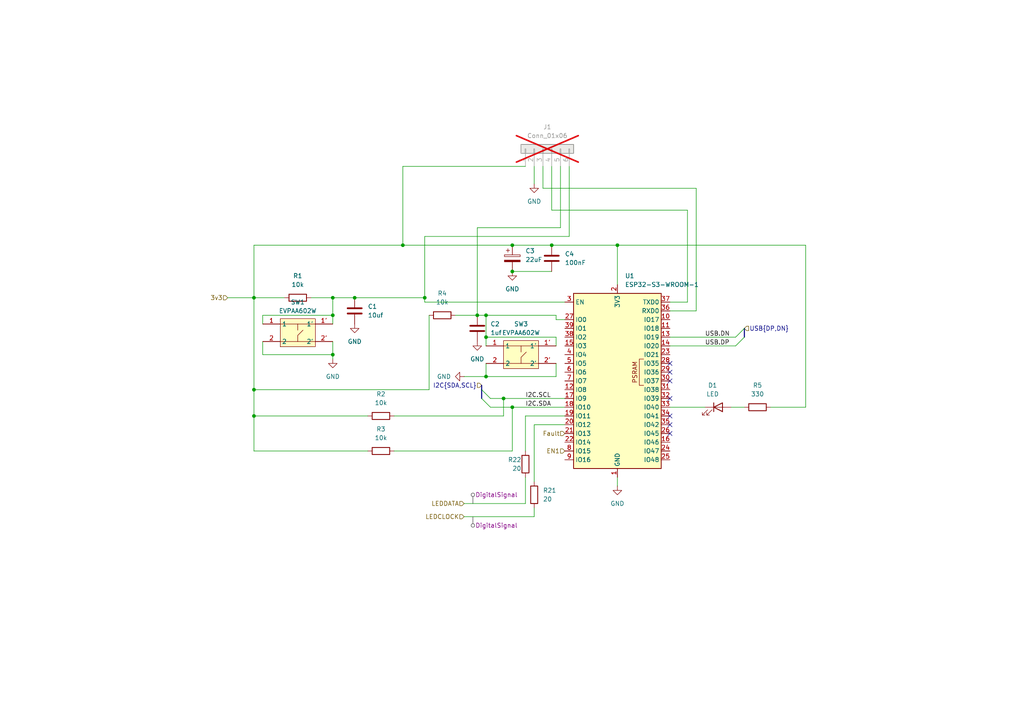
<source format=kicad_sch>
(kicad_sch (version 20250114) (generator "eeschema") (generator_version "9.0")
  (paper "A4")
  (lib_symbols
    (symbol "Connector_Generic:Conn_01x06" (pin_names (offset 1.016) (hide yes))
      (property "Reference" "J" (at 0 7.62 0))
      (property "Value" "Conn_01x06" (at 0 -10.16 0))
      (symbol "Conn_01x06_1_1"
        (rectangle (start -1.27 6.35) (end 1.27 -8.89) (stroke (width 0.254)) (fill (type background)))
        (rectangle (start -1.27 5.207) (end 0 4.953) (stroke (width 0.1524)))
        (rectangle (start -1.27 2.667) (end 0 2.413) (stroke (width 0.1524)))
        (rectangle (start -1.27 0.127) (end 0 -0.127) (stroke (width 0.1524)))
        (rectangle (start -1.27 -2.413) (end 0 -2.667) (stroke (width 0.1524)))
        (rectangle (start -1.27 -4.953) (end 0 -5.207) (stroke (width 0.1524)))
        (rectangle (start -1.27 -7.493) (end 0 -7.747) (stroke (width 0.1524)))
        (pin passive line (at -5.08 5.08 0) (length 3.81) (name "Pin_1") (number "1"))
        (pin passive line (at -5.08 2.54 0) (length 3.81) (name "Pin_2") (number "2"))
        (pin passive line (at -5.08 0 0) (length 3.81) (name "Pin_3") (number "3"))
        (pin passive line (at -5.08 -2.54 0) (length 3.81) (name "Pin_4") (number "4"))
        (pin passive line (at -5.08 -5.08 0) (length 3.81) (name "Pin_5") (number "5"))
        (pin passive line (at -5.08 -7.62 0) (length 3.81) (name "Pin_6") (number "6"))
      )
    )
    (symbol "Device:C" (pin_numbers (hide yes)) (pin_names (offset 0.254))
      (property "Reference" "C" (at 0.635 2.54 0))
      (property "Value" "C" (at 0.635 -2.54 0))
      (symbol "C_0_1"
        (polyline (pts (xy -2.032 0.762) (xy 2.032 0.762)) (stroke (width 0.508)))
        (polyline (pts (xy -2.032 -0.762) (xy 2.032 -0.762)) (stroke (width 0.508)))
      )
      (symbol "C_1_1"
        (pin passive line (at 0 3.81 270) (length 2.794) (name "~") (number "1"))
        (pin passive line (at 0 -3.81 90) (length 2.794) (name "~") (number "2"))
      )
    )
    (symbol "Device:C_Polarized" (pin_numbers (hide yes)) (pin_names (offset 0.254))
      (property "Reference" "C" (at 0.635 2.54 0))
      (property "Value" "C_Polarized" (at 0.635 -2.54 0))
      (symbol "C_Polarized_0_1"
        (rectangle (start -2.286 0.508) (end 2.286 1.016))
        (polyline (pts (xy -1.778 2.286) (xy -0.762 2.286)))
        (polyline (pts (xy -1.27 2.794) (xy -1.27 1.778)))
        (rectangle (start 2.286 -0.508) (end -2.286 -1.016) (fill (type outline)))
      )
      (symbol "C_Polarized_1_1"
        (pin passive line (at 0 3.81 270) (length 2.794) (name "~") (number "1"))
        (pin passive line (at 0 -3.81 90) (length 2.794) (name "~") (number "2"))
      )
    )
    (symbol "Device:LED" (pin_numbers (hide yes)) (pin_names (offset 1.016) (hide yes))
      (property "Reference" "D" (at 0 2.54 0))
      (property "Value" "LED" (at 0 -2.54 0))
      (symbol "LED_0_1"
        (polyline (pts (xy -3.048 -0.762) (xy -4.572 -2.286) (xy -3.81 -2.286) (xy -4.572 -2.286) (xy -4.572 -1.524)))
        (polyline (pts (xy -1.778 -0.762) (xy -3.302 -2.286) (xy -2.54 -2.286) (xy -3.302 -2.286) (xy -3.302 -1.524)))
        (polyline (pts (xy -1.27 0) (xy 1.27 0)))
        (polyline (pts (xy -1.27 -1.27) (xy -1.27 1.27)) (stroke (width 0.254)))
        (polyline (pts (xy 1.27 -1.27) (xy 1.27 1.27) (xy -1.27 0) (xy 1.27 -1.27)) (stroke (width 0.254)))
      )
      (symbol "LED_1_1"
        (pin passive line (at -3.81 0 0) (length 2.54) (name "K") (number "1"))
        (pin passive line (at 3.81 0 180) (length 2.54) (name "A") (number "2"))
      )
    )
    (symbol "Device:R" (pin_numbers (hide yes)) (pin_names (offset 0))
      (property "Reference" "R" (at 2.032 0 90))
      (property "Value" "R" (at 0 0 90))
      (symbol "R_0_1"
        (rectangle (start -1.016 -2.54) (end 1.016 2.54) (stroke (width 0.254)))
      )
      (symbol "R_1_1"
        (pin passive line (at 0 3.81 270) (length 1.27) (name "~") (number "1"))
        (pin passive line (at 0 -3.81 90) (length 1.27) (name "~") (number "2"))
      )
    )
    (symbol "RF_Module:ESP32-S3-WROOM-1"
      (property "Reference" "U" (at -12.7 26.67 0))
      (property "Value" "ESP32-S3-WROOM-1" (at 12.7 26.67 0))
      (symbol "ESP32-S3-WROOM-1_0_0"
        (rectangle (start -12.7 25.4) (end 12.7 -25.4) (stroke (width 0.254)) (fill (type background)))
        (text "PSRAM" (at 5.08 2.54 900) (effects (font (size 1.27 1.27))))
      )
      (symbol "ESP32-S3-WROOM-1_0_1"
        (polyline (pts (xy 7.62 -1.27) (xy 6.35 -1.27) (xy 6.35 6.35) (xy 7.62 6.35)))
      )
      (symbol "ESP32-S3-WROOM-1_1_1"
        (pin input line (at -15.24 22.86 0) (length 2.54) (name "EN") (number "3"))
        (pin bidirectional line (at -15.24 17.78 0) (length 2.54) (name "IO0") (number "27"))
        (pin bidirectional line (at -15.24 15.24 0) (length 2.54) (name "IO1") (number "39"))
        (pin bidirectional line (at -15.24 12.7 0) (length 2.54) (name "IO2") (number "38"))
        (pin bidirectional line (at -15.24 10.16 0) (length 2.54) (name "IO3") (number "15"))
        (pin bidirectional line (at -15.24 7.62 0) (length 2.54) (name "IO4") (number "4"))
        (pin bidirectional line (at -15.24 5.08 0) (length 2.54) (name "IO5") (number "5"))
        (pin bidirectional line (at -15.24 2.54 0) (length 2.54) (name "IO6") (number "6"))
        (pin bidirectional line (at -15.24 0 0) (length 2.54) (name "IO7") (number "7"))
        (pin bidirectional line (at -15.24 -2.54 0) (length 2.54) (name "IO8") (number "12"))
        (pin bidirectional line (at -15.24 -5.08 0) (length 2.54) (name "IO9") (number "17"))
        (pin bidirectional line (at -15.24 -7.62 0) (length 2.54) (name "IO10") (number "18"))
        (pin bidirectional line (at -15.24 -10.16 0) (length 2.54) (name "IO11") (number "19"))
        (pin bidirectional line (at -15.24 -12.7 0) (length 2.54) (name "IO12") (number "20"))
        (pin bidirectional line (at -15.24 -15.24 0) (length 2.54) (name "IO13") (number "21"))
        (pin bidirectional line (at -15.24 -17.78 0) (length 2.54) (name "IO14") (number "22"))
        (pin bidirectional line (at -15.24 -20.32 0) (length 2.54) (name "IO15") (number "8"))
        (pin bidirectional line (at -15.24 -22.86 0) (length 2.54) (name "IO16") (number "9"))
        (pin power_in line (at 0 27.94 270) (length 2.54) (name "3V3") (number "2"))
        (pin power_in line (at 0 -27.94 90) (length 2.54) (name "GND") (number "1"))
        (pin passive line (at 0 -27.94 90) (length 2.54) (hide yes) (name "GND") (number "40"))
        (pin passive line (at 0 -27.94 90) (length 2.54) (hide yes) (name "GND") (number "41"))
        (pin bidirectional line (at 15.24 22.86 180) (length 2.54) (name "TXD0") (number "37"))
        (pin bidirectional line (at 15.24 20.32 180) (length 2.54) (name "RXD0") (number "36"))
        (pin bidirectional line (at 15.24 17.78 180) (length 2.54) (name "IO17") (number "10"))
        (pin bidirectional line (at 15.24 15.24 180) (length 2.54) (name "IO18") (number "11"))
        (pin bidirectional line (at 15.24 12.7 180) (length 2.54) (name "IO19") (number "13"))
        (pin bidirectional line (at 15.24 10.16 180) (length 2.54) (name "IO20") (number "14"))
        (pin bidirectional line (at 15.24 7.62 180) (length 2.54) (name "IO21") (number "23"))
        (pin bidirectional line (at 15.24 5.08 180) (length 2.54) (name "IO35") (number "28"))
        (pin bidirectional line (at 15.24 2.54 180) (length 2.54) (name "IO36") (number "29"))
        (pin bidirectional line (at 15.24 0 180) (length 2.54) (name "IO37") (number "30"))
        (pin bidirectional line (at 15.24 -2.54 180) (length 2.54) (name "IO38") (number "31"))
        (pin bidirectional line (at 15.24 -5.08 180) (length 2.54) (name "IO39") (number "32"))
        (pin bidirectional line (at 15.24 -7.62 180) (length 2.54) (name "IO40") (number "33"))
        (pin bidirectional line (at 15.24 -10.16 180) (length 2.54) (name "IO41") (number "34"))
        (pin bidirectional line (at 15.24 -12.7 180) (length 2.54) (name "IO42") (number "35"))
        (pin bidirectional line (at 15.24 -15.24 180) (length 2.54) (name "IO45") (number "26"))
        (pin bidirectional line (at 15.24 -17.78 180) (length 2.54) (name "IO46") (number "16"))
        (pin bidirectional line (at 15.24 -20.32 180) (length 2.54) (name "IO47") (number "24"))
        (pin bidirectional line (at 15.24 -22.86 180) (length 2.54) (name "IO48") (number "25"))
      )
    )
    (symbol "easyeda2kicad:EVPAA602W"
      (property "Reference" "SW" (at 0 7.62 0))
      (property "Value" "EVPAA602W" (at 0 -7.62 0))
      (symbol "EVPAA602W_0_1"
        (rectangle (start -5.08 4.06) (end 5.08 -4.06) (fill (type background)))
        (polyline (pts (xy -5.08 2.54) (xy 5.08 2.54)))
        (polyline (pts (xy -5.08 -2.54) (xy 5.08 -2.54)))
        (polyline (pts (xy 0 2.54) (xy 0 1.02) (xy 0 0.76)))
        (polyline (pts (xy 0 -2.54) (xy 0 -0.76) (xy 1.52 0.76)))
        (pin unspecified line (at -10.16 2.54 0) (length 5.08) (name "1") (number "1"))
        (pin unspecified line (at -10.16 -2.54 0) (length 5.08) (name "2") (number "2"))
        (pin unspecified line (at 10.16 2.54 180) (length 5.08) (name "1'") (number "1'"))
        (pin unspecified line (at 10.16 -2.54 180) (length 5.08) (name "2'") (number "2'"))
      )
    )
    (symbol "power:GND" (power) (pin_numbers (hide yes)) (pin_names (offset 0) (hide yes))
      (property "Value" "GND" (at 0 -3.81 0))
      (symbol "GND_0_1"
        (polyline (pts (xy 0 0) (xy 0 -1.27) (xy 1.27 -1.27) (xy 0 -2.54) (xy -1.27 -1.27) (xy 0 -1.27)))
      )
      (symbol "GND_1_1"
        (pin power_in line (at 0 0 270) (length 0) (name "~") (number "1"))
      )
    )
  )
  (junction (at 140.97 109.22))
  (junction (at 148.59 78.74))
  (junction (at 140.97 91.44))
  (junction (at 96.52 91.44))
  (junction (at 96.52 86.36))
  (junction (at 148.59 71.12))
  (junction (at 73.66 86.36))
  (junction (at 102.87 86.36))
  (junction (at 160.02 71.12))
  (junction (at 116.84 71.12))
  (junction (at 123.19 86.36))
  (junction (at 96.52 102.87))
  (junction (at 138.43 91.44))
  (junction (at 179.07 71.12))
  (junction (at 148.59 118.11))
  (junction (at 73.66 120.65))
  (junction (at 73.66 113.03))
  (junction (at 140.97 97.79))
  (junction (at 146.05 115.57))
  (no_connect (at 194.31 107.95))
  (no_connect (at 194.31 125.73))
  (no_connect (at 194.31 120.65))
  (no_connect (at 194.31 115.57))
  (no_connect (at 194.31 123.19))
  (no_connect (at 194.31 110.49))
  (no_connect (at 194.31 105.41))
  (bus_entry (at 215.9 97.79) (size -2.54 2.54))
  (bus_entry (at 139.7 115.57) (size 2.54 2.54))
  (bus_entry (at 215.9 95.25) (size -2.54 2.54))
  (bus_entry (at 139.7 113.03) (size 2.54 2.54))
  (wire (pts (xy 96.52 99.06) (xy 96.52 102.87)))
  (wire (pts (xy 152.4 120.65) (xy 152.4 130.81)))
  (wire (pts (xy 76.2 102.87) (xy 96.52 102.87)))
  (wire (pts (xy 179.07 71.12) (xy 179.07 82.55)))
  (wire (pts (xy 162.56 48.26) (xy 162.56 66.04)))
  (wire (pts (xy 96.52 102.87) (xy 96.52 104.14)))
  (wire (pts (xy 134.62 149.86) (xy 154.94 149.86)))
  (wire (pts (xy 212.09 118.11) (xy 215.9 118.11)))
  (wire (pts (xy 90.17 86.36) (xy 96.52 86.36)))
  (wire (pts (xy 160.02 48.26) (xy 160.02 60.96)))
  (wire (pts (xy 114.3 120.65) (xy 146.05 120.65)))
  (wire (pts (xy 76.2 93.98) (xy 76.2 91.44)))
  (wire (pts (xy 162.56 66.04) (xy 138.43 66.04)))
  (wire (pts (xy 161.29 100.33) (xy 161.29 97.79)))
  (wire (pts (xy 148.59 78.74) (xy 160.02 78.74)))
  (wire (pts (xy 165.1 68.58) (xy 123.19 68.58)))
  (wire (pts (xy 161.29 97.79) (xy 140.97 97.79)))
  (wire (pts (xy 154.94 123.19) (xy 163.83 123.19)))
  (wire (pts (xy 161.29 92.71) (xy 161.29 91.44)))
  (wire (pts (xy 154.94 48.26) (xy 154.94 53.34)))
  (wire (pts (xy 116.84 48.26) (xy 116.84 71.12)))
  (wire (pts (xy 157.48 48.26) (xy 157.48 54.61)))
  (wire (pts (xy 73.66 113.03) (xy 73.66 86.36)))
  (wire (pts (xy 142.24 118.11) (xy 148.59 118.11)))
  (wire (pts (xy 160.02 60.96) (xy 199.39 60.96)))
  (wire (pts (xy 96.52 86.36) (xy 102.87 86.36)))
  (wire (pts (xy 76.2 91.44) (xy 96.52 91.44)))
  (wire (pts (xy 73.66 130.81) (xy 73.66 120.65)))
  (wire (pts (xy 73.66 86.36) (xy 82.55 86.36)))
  (wire (pts (xy 102.87 86.36) (xy 123.19 86.36)))
  (wire (pts (xy 132.08 91.44) (xy 138.43 91.44)))
  (wire (pts (xy 106.68 130.81) (xy 73.66 130.81)))
  (wire (pts (xy 157.48 54.61) (xy 201.93 54.61)))
  (wire (pts (xy 194.31 97.79) (xy 213.36 97.79)))
  (wire (pts (xy 152.4 120.65) (xy 163.83 120.65)))
  (wire (pts (xy 123.19 87.63) (xy 163.83 87.63)))
  (wire (pts (xy 123.19 68.58) (xy 123.19 86.36)))
  (wire (pts (xy 140.97 109.22) (xy 134.62 109.22)))
  (wire (pts (xy 124.46 91.44) (xy 124.46 113.03)))
  (wire (pts (xy 116.84 71.12) (xy 148.59 71.12)))
  (wire (pts (xy 233.68 71.12) (xy 179.07 71.12)))
  (wire (pts (xy 148.59 118.11) (xy 148.59 130.81)))
  (wire (pts (xy 96.52 86.36) (xy 96.52 91.44)))
  (wire (pts (xy 66.04 86.36) (xy 73.66 86.36)))
  (wire (pts (xy 199.39 87.63) (xy 194.31 87.63)))
  (wire (pts (xy 140.97 91.44) (xy 138.43 91.44)))
  (wire (pts (xy 140.97 97.79) (xy 140.97 100.33)))
  (wire (pts (xy 154.94 147.32) (xy 154.94 149.86)))
  (wire (pts (xy 146.05 115.57) (xy 163.83 115.57)))
  (wire (pts (xy 73.66 71.12) (xy 116.84 71.12)))
  (wire (pts (xy 148.59 118.11) (xy 163.83 118.11)))
  (wire (pts (xy 154.94 123.19) (xy 154.94 139.7)))
  (wire (pts (xy 146.05 115.57) (xy 146.05 120.65)))
  (wire (pts (xy 134.62 146.05) (xy 152.4 146.05)))
  (wire (pts (xy 96.52 91.44) (xy 96.52 93.98)))
  (wire (pts (xy 106.68 120.65) (xy 73.66 120.65)))
  (wire (pts (xy 161.29 109.22) (xy 140.97 109.22)))
  (wire (pts (xy 194.31 118.11) (xy 204.47 118.11)))
  (wire (pts (xy 179.07 138.43) (xy 179.07 140.97)))
  (wire (pts (xy 73.66 71.12) (xy 73.66 86.36)))
  (wire (pts (xy 114.3 130.81) (xy 148.59 130.81)))
  (wire (pts (xy 161.29 92.71) (xy 163.83 92.71)))
  (wire (pts (xy 160.02 71.12) (xy 179.07 71.12)))
  (wire (pts (xy 140.97 105.41) (xy 140.97 109.22)))
  (wire (pts (xy 233.68 118.11) (xy 233.68 71.12)))
  (wire (pts (xy 165.1 48.26) (xy 165.1 68.58)))
  (wire (pts (xy 201.93 90.17) (xy 194.31 90.17)))
  (wire (pts (xy 223.52 118.11) (xy 233.68 118.11)))
  (wire (pts (xy 73.66 120.65) (xy 73.66 113.03)))
  (wire (pts (xy 152.4 138.43) (xy 152.4 146.05)))
  (wire (pts (xy 124.46 113.03) (xy 73.66 113.03)))
  (wire (pts (xy 161.29 91.44) (xy 140.97 91.44)))
  (wire (pts (xy 123.19 87.63) (xy 123.19 86.36)))
  (bus (pts (xy 215.9 95.25) (xy 215.9 97.79)))
  (wire (pts (xy 142.24 115.57) (xy 146.05 115.57)))
  (bus (pts (xy 139.7 111.76) (xy 139.7 113.03)))
  (wire (pts (xy 194.31 100.33) (xy 213.36 100.33)))
  (wire (pts (xy 161.29 105.41) (xy 161.29 109.22)))
  (wire (pts (xy 199.39 60.96) (xy 199.39 87.63)))
  (wire (pts (xy 138.43 66.04) (xy 138.43 91.44)))
  (wire (pts (xy 152.4 48.26) (xy 116.84 48.26)))
  (bus (pts (xy 139.7 113.03) (xy 139.7 115.57)))
  (wire (pts (xy 201.93 54.61) (xy 201.93 90.17)))
  (wire (pts (xy 148.59 71.12) (xy 160.02 71.12)))
  (wire (pts (xy 76.2 99.06) (xy 76.2 102.87)))
  (wire (pts (xy 140.97 91.44) (xy 140.97 97.79)))
  (label "USB.DP" (at 204.47 100.33 0))
  (label "I2C.SDA" (at 152.4 118.11 0))
  (label "USB.DN" (at 204.47 97.79 0))
  (label "I2C.SCL" (at 152.4 115.57 0))
  (hierarchical_label "LEDDATA" (shape input) (at 134.62 146.05 180))
  (hierarchical_label "EN1" (shape input) (at 163.83 130.81 180))
  (hierarchical_label "I2C{SDA,SCL}" (shape input) (at 139.7 111.76 180))
  (hierarchical_label "3v3" (shape input) (at 66.04 86.36 180))
  (hierarchical_label "LEDCLOCK" (shape input) (at 134.62 149.86 180))
  (hierarchical_label "USB{DP,DN}" (shape input) (at 215.9 95.25 0))
  (hierarchical_label "Fault" (shape input) (at 163.83 125.73 180))
  (netclass_flag "" (length 2.54) (shape round) (at 137.16 149.86 180) (property "Netclass" "DigitalSignal" (at 137.8585 152.4 0) (effects (justify left))))
  (netclass_flag "" (length 2.54) (shape round) (at 137.16 146.05 0) (property "Netclass" "DigitalSignal" (at 137.8585 143.51 0) (effects (justify left))))
  (symbol (lib_id "Device:R") (at 110.49 120.65 90) (unit 1)
    (property "Reference" "R2" (at 110.49 114.3 90))
    (property "Value" "10k" (at 110.49 116.84 90))
    (property "Footprint" "Resistor_SMD:R_0603_1608Metric" (effects (hide yes)))
    (property "Description" "Resistor" (effects (hide yes)))
  )
  (symbol (lib_id "power:GND") (at 179.07 140.97 0) (unit 1)
    (property "Reference" "#PWR011" (effects (hide yes)))
    (property "Value" "GND" (at 179.07 146.05 0))
    (property "Description" "Power symbol creates a global label with name \"GND\" , ground" (effects (hide yes)))
  )
  (symbol (lib_id "power:GND") (at 96.52 104.14 0) (unit 1)
    (property "Reference" "#PWR05" (effects (hide yes)))
    (property "Value" "GND" (at 96.52 109.22 0))
    (property "Description" "Power symbol creates a global label with name \"GND\" , ground" (effects (hide yes)))
  )
  (symbol (lib_id "power:GND") (at 138.43 99.06 0) (unit 1)
    (property "Reference" "#PWR08" (effects (hide yes)))
    (property "Value" "GND" (at 138.43 104.14 0))
    (property "Description" "Power symbol creates a global label with name \"GND\" , ground" (effects (hide yes)))
  )
  (symbol (lib_id "Device:C") (at 160.02 74.93 0) (unit 1)
    (property "Reference" "C4" (at 163.83 73.6599 0) (effects (justify left)))
    (property "Value" "100nF" (at 163.83 76.1999 0) (effects (justify left)))
    (property "Footprint" "Capacitor_SMD:C_0603_1608Metric" (effects (hide yes)))
    (property "Description" "Unpolarized capacitor" (effects (hide yes)))
  )
  (symbol (lib_id "power:GND") (at 134.62 109.22 270) (unit 1)
    (property "Reference" "#PWR07" (effects (hide yes)))
    (property "Value" "GND" (at 130.81 109.2199 90) (effects (justify right)))
    (property "Description" "Power symbol creates a global label with name \"GND\" , ground" (effects (hide yes)))
  )
  (symbol (lib_id "easyeda2kicad:EVPAA602W") (at 151.13 102.87 0) (unit 1)
    (property "Reference" "SW3" (at 151.13 93.98 0))
    (property "Value" "EVPAA602W" (at 151.13 96.52 0))
    (property "Footprint" "easyeda2kicad:KEY-TH_4P-L3.5-W4.9-P2.80-LS4.3" (effects (hide yes)))
    (property "Datasheet" "https://lcsc.com/product-detail/Tactile-Switches_PANASONIC_EVPAA602W_Switch-3-5-2-9-1-7Plastic-head-3-5N-0-15mm-SMD_C79148.html" (effects (hide yes)))
    (property "LCSC Part" "C79148" (effects (hide yes)))
  )
  (symbol (lib_id "Device:R") (at 154.94 143.51 0) (unit 1)
    (property "Reference" "R21" (at 157.48 142.2399 0) (effects (justify left)))
    (property "Value" "20" (at 157.48 144.7799 0) (effects (justify left)))
    (property "Footprint" "Resistor_SMD:R_0603_1608Metric" (effects (hide yes)))
    (property "Description" "Resistor" (effects (hide yes)))
  )
  (symbol (lib_id "power:GND") (at 154.94 53.34 0) (unit 1)
    (property "Reference" "#PWR010" (effects (hide yes)))
    (property "Value" "GND" (at 154.94 58.42 0))
    (property "Description" "Power symbol creates a global label with name \"GND\" , ground" (effects (hide yes)))
  )
  (symbol (lib_id "Device:R") (at 110.49 130.81 90) (unit 1)
    (property "Reference" "R3" (at 110.49 124.46 90))
    (property "Value" "10k" (at 110.49 127 90))
    (property "Footprint" "Resistor_SMD:R_0603_1608Metric" (effects (hide yes)))
    (property "Description" "Resistor" (effects (hide yes)))
  )
  (symbol (lib_id "power:GND") (at 102.87 93.98 0) (unit 1)
    (property "Reference" "#PWR06" (effects (hide yes)))
    (property "Value" "GND" (at 102.87 99.06 0))
    (property "Description" "Power symbol creates a global label with name \"GND\" , ground" (effects (hide yes)))
  )
  (symbol (lib_id "RF_Module:ESP32-S3-WROOM-1") (at 179.07 110.49 0) (unit 1)
    (property "Reference" "U1" (at 181.2641 80.01 0) (effects (justify left)))
    (property "Value" "ESP32-S3-WROOM-1" (at 181.2641 82.55 0) (effects (justify left)))
    (property "Footprint" "RF_Module:ESP32-S3-WROOM-1" (effects (hide yes)))
    (property "Datasheet" "https://www.espressif.com/sites/default/files/documentation/esp32-s3-wroom-1_wroom-1u_datasheet_en.pdf" (effects (hide yes)))
    (property "Description" "RF Module, ESP32-S3 SoC, Wi-Fi 802.11b/g/n, Bluetooth, BLE, 32-bit, 3.3V, onboard antenna, SMD" (effects (hide yes)))
  )
  (symbol (lib_id "power:GND") (at 148.59 78.74 0) (unit 1)
    (property "Reference" "#PWR09" (effects (hide yes)))
    (property "Value" "GND" (at 148.59 83.82 0))
    (property "Description" "Power symbol creates a global label with name \"GND\" , ground" (effects (hide yes)))
  )
  (symbol (lib_id "Device:LED") (at 208.28 118.11 0) (unit 1)
    (property "Reference" "D1" (at 206.6925 111.76 0))
    (property "Value" "LED" (at 206.6925 114.3 0))
    (property "Footprint" "LED_SMD:LED_0603_1608Metric" (effects (hide yes)))
    (property "Description" "Light emitting diode" (effects (hide yes)))
    (property "Sim.Pins" "1=K 2=A" (effects (hide yes)))
    (property "LCSC Part" "C2290" (effects (hide yes)))
  )
  (symbol (lib_id "Device:R") (at 219.71 118.11 90) (unit 1)
    (property "Reference" "R5" (at 219.71 111.76 90))
    (property "Value" "330" (at 219.71 114.3 90))
    (property "Footprint" "Resistor_SMD:R_0603_1608Metric" (effects (hide yes)))
    (property "Description" "Resistor" (effects (hide yes)))
  )
  (symbol (lib_id "Device:C") (at 138.43 95.25 0) (unit 1)
    (property "Reference" "C2" (at 142.24 93.9799 0) (effects (justify left)))
    (property "Value" "1uf" (at 142.24 96.5199 0) (effects (justify left)))
    (property "Footprint" "Capacitor_SMD:C_0603_1608Metric" (effects (hide yes)))
    (property "Description" "Unpolarized capacitor" (effects (hide yes)))
  )
  (symbol (lib_id "Device:C") (at 102.87 90.17 0) (unit 1)
    (property "Reference" "C1" (at 106.68 88.8999 0) (effects (justify left)))
    (property "Value" "10uf" (at 106.68 91.4399 0) (effects (justify left)))
    (property "Footprint" "Capacitor_SMD:C_0603_1608Metric" (effects (hide yes)))
    (property "Description" "Unpolarized capacitor" (effects (hide yes)))
  )
  (symbol (lib_id "Device:R") (at 152.4 134.62 0) (unit 1)
    (property "Reference" "R22" (at 147.32 133.35 0) (effects (justify left)))
    (property "Value" "20" (at 148.59 135.89 0) (effects (justify left)))
    (property "Footprint" "Resistor_SMD:R_0603_1608Metric" (effects (hide yes)))
    (property "Description" "Resistor" (effects (hide yes)))
  )
  (symbol (lib_id "Device:R") (at 86.36 86.36 90) (unit 1)
    (property "Reference" "R1" (at 86.36 80.01 90))
    (property "Value" "10k" (at 86.36 82.55 90))
    (property "Footprint" "Resistor_SMD:R_0603_1608Metric" (effects (hide yes)))
    (property "Description" "Resistor" (effects (hide yes)))
  )
  (symbol (lib_id "Connector_Generic:Conn_01x06") (at 157.48 43.18 90) (unit 1) (in_bom no) (dnp yes)
    (property "Reference" "J1" (at 158.75 36.83 90))
    (property "Value" "Conn_01x06" (at 158.75 39.37 90))
    (property "Footprint" "Connector_PinHeader_2.54mm:PinHeader_1x06_P2.54mm_Vertical" (effects (hide yes)))
    (property "Description" "Generic connector, single row, 01x06, script generated (kicad-library-utils/schlib/autogen/connector/)" (effects (hide yes)))
  )
  (symbol (lib_id "Device:R") (at 128.27 91.44 90) (unit 1)
    (property "Reference" "R4" (at 128.27 85.09 90))
    (property "Value" "10k" (at 128.27 87.63 90))
    (property "Footprint" "Resistor_SMD:R_0603_1608Metric" (effects (hide yes)))
    (property "Description" "Resistor" (effects (hide yes)))
  )
  (symbol (lib_id "Device:C_Polarized") (at 148.59 74.93 0) (unit 1)
    (property "Reference" "C3" (at 152.4 72.7709 0) (effects (justify left)))
    (property "Value" "22uF" (at 152.4 75.3109 0) (effects (justify left)))
    (property "Footprint" "Capacitor_SMD:C_Elec_5x5.8" (effects (hide yes)))
    (property "Description" "Polarized capacitor" (effects (hide yes)))
    (property "LCSC Part" "C336246" (effects (hide yes)))
  )
  (symbol (lib_id "easyeda2kicad:EVPAA602W") (at 86.36 96.52 0) (unit 1)
    (property "Reference" "SW1" (at 86.36 87.63 0))
    (property "Value" "EVPAA602W" (at 86.36 90.17 0))
    (property "Footprint" "easyeda2kicad:KEY-TH_4P-L3.5-W4.9-P2.80-LS4.3" (effects (hide yes)))
    (property "Datasheet" "https://lcsc.com/product-detail/Tactile-Switches_PANASONIC_EVPAA602W_Switch-3-5-2-9-1-7Plastic-head-3-5N-0-15mm-SMD_C79148.html" (effects (hide yes)))
    (property "LCSC Part" "C79148" (effects (hide yes)))
  )
)
</source>
